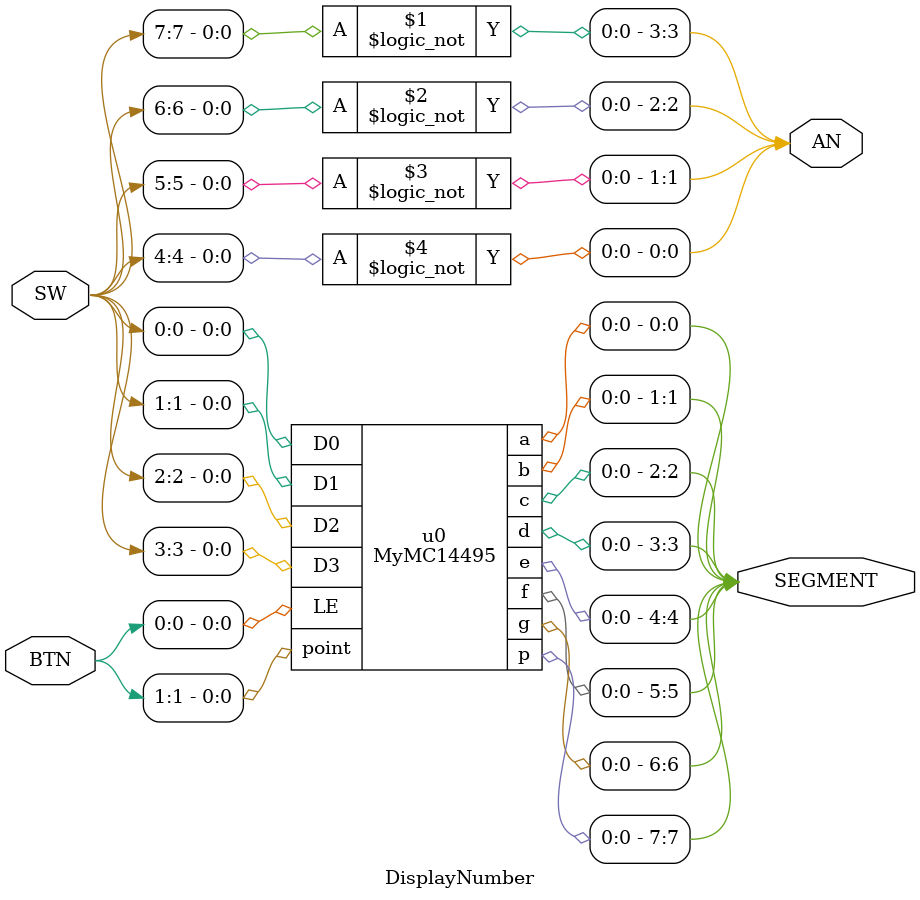
<source format=v>
`timescale 1ns/1ps

module MyMC14495(
  input D0, D1, D2, D3,
  input LE,
  input point,
  output reg p,
  output reg a, b, c, d, e, f, g
);

  `define MC14495_OUT {a, b, c, d, e, f, g}

  wire D3_bar;
  wire D2_bar;
  wire D1_bar;
  wire D0_bar;
  assign {D3_bar,D2_bar,D1_bar,D0_bar} = {!D3,!D2,!D1,!D0};
  always@(*) begin
    if(1'b0 == LE) begin
      /* Able to print */
      // Point
      p = !point;                            
      a = D3_bar&D2_bar&D1_bar&D0 | D3_bar&D2&D1_bar&D0_bar | D3&D2_bar&D1&D0 | D3&D2&D1_bar&D0;
      b = D3_bar&D2&D1_bar&D0 | D2&D1&D0_bar | D3&D2&D0_bar | D3&D1&D0;
      c = D3_bar&D2_bar&D1&D0_bar | D3&D2&D0_bar | D3&D2&D1;
      d = D3_bar&D2_bar&D1_bar&D0 | D3_bar&D2&D1_bar&D0_bar | D2&D1&D0 | D3&D2_bar&D1&D0_bar;
      e = D3_bar&D0 | D3_bar&D2&D1_bar | D2_bar&D1_bar&D0;
      f = D3_bar&D2_bar&D0 | D3_bar&D2_bar&D1 | D3_bar&D1&D0 | D3&D2&D1_bar&D0;
      g = D3_bar&D2_bar&D1_bar | D3_bar&D2&D1&D0 | D3&D2&D1_bar&D0_bar;

    end else begin
      // Print nothing (LE == 1)
      `MC14495_OUT = 7'b111_1111;                
      p = !point;                            
    end

  end

endmodule




module DisplayNumber(
    input wire[7:0] SW,
    input wire[1:0] BTN,
    output [7:0] SEGMENT,
    output [3:0] AN
);
assign AN[3] = !SW[7];
assign AN[2] = !SW[6];
assign AN[1] = !SW[5];
assign AN[0] = !SW[4];

MyMC14495 u0 (.D0(SW[0]),.D1(SW[1]),.D2(SW[2]),.D3(SW[3]),.point(BTN[1]),.LE(BTN[0]),
.a(SEGMENT[0]),.b(SEGMENT[1]),.c(SEGMENT[2]),.d(SEGMENT[3]),.e(SEGMENT[4]),.f(SEGMENT[5]),.g(SEGMENT[6]),.p(SEGMENT[7]));



endmodule
</source>
